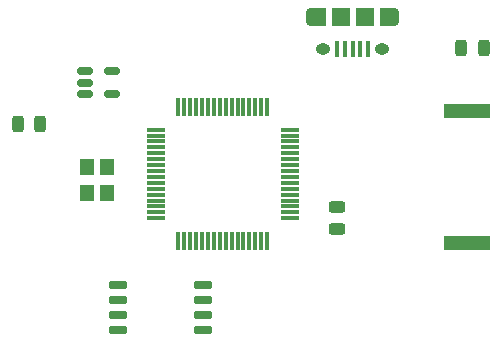
<source format=gbr>
%TF.GenerationSoftware,KiCad,Pcbnew,(6.0.1)*%
%TF.CreationDate,2022-04-25T15:24:58-05:00*%
%TF.ProjectId,Airbrake Controller,41697262-7261-46b6-9520-436f6e74726f,rev?*%
%TF.SameCoordinates,Original*%
%TF.FileFunction,Paste,Top*%
%TF.FilePolarity,Positive*%
%FSLAX46Y46*%
G04 Gerber Fmt 4.6, Leading zero omitted, Abs format (unit mm)*
G04 Created by KiCad (PCBNEW (6.0.1)) date 2022-04-25 15:24:58*
%MOMM*%
%LPD*%
G01*
G04 APERTURE LIST*
G04 Aperture macros list*
%AMRoundRect*
0 Rectangle with rounded corners*
0 $1 Rounding radius*
0 $2 $3 $4 $5 $6 $7 $8 $9 X,Y pos of 4 corners*
0 Add a 4 corners polygon primitive as box body*
4,1,4,$2,$3,$4,$5,$6,$7,$8,$9,$2,$3,0*
0 Add four circle primitives for the rounded corners*
1,1,$1+$1,$2,$3*
1,1,$1+$1,$4,$5*
1,1,$1+$1,$6,$7*
1,1,$1+$1,$8,$9*
0 Add four rect primitives between the rounded corners*
20,1,$1+$1,$2,$3,$4,$5,0*
20,1,$1+$1,$4,$5,$6,$7,0*
20,1,$1+$1,$6,$7,$8,$9,0*
20,1,$1+$1,$8,$9,$2,$3,0*%
G04 Aperture macros list end*
%ADD10RoundRect,0.150000X0.650000X0.150000X-0.650000X0.150000X-0.650000X-0.150000X0.650000X-0.150000X0*%
%ADD11RoundRect,0.243750X-0.243750X-0.456250X0.243750X-0.456250X0.243750X0.456250X-0.243750X0.456250X0*%
%ADD12RoundRect,0.243750X0.243750X0.456250X-0.243750X0.456250X-0.243750X-0.456250X0.243750X-0.456250X0*%
%ADD13R,1.200000X1.400000*%
%ADD14RoundRect,0.243750X0.456250X-0.243750X0.456250X0.243750X-0.456250X0.243750X-0.456250X-0.243750X0*%
%ADD15R,4.000000X1.200000*%
%ADD16RoundRect,0.150000X-0.512500X-0.150000X0.512500X-0.150000X0.512500X0.150000X-0.512500X0.150000X0*%
%ADD17RoundRect,0.075000X-0.700000X-0.075000X0.700000X-0.075000X0.700000X0.075000X-0.700000X0.075000X0*%
%ADD18RoundRect,0.075000X-0.075000X-0.700000X0.075000X-0.700000X0.075000X0.700000X-0.075000X0.700000X0*%
%ADD19O,0.890000X1.550000*%
%ADD20O,1.250000X0.950000*%
%ADD21R,0.400000X1.350000*%
%ADD22R,1.500000X1.550000*%
%ADD23R,1.200000X1.550000*%
G04 APERTURE END LIST*
D10*
%TO.C,U2*%
X125895922Y-114869838D03*
X125895922Y-113599838D03*
X125895922Y-112329838D03*
X125895922Y-111059838D03*
X118695922Y-111059838D03*
X118695922Y-112329838D03*
X118695922Y-113599838D03*
X118695922Y-114869838D03*
%TD*%
D11*
%TO.C,D1*%
X110244223Y-97404776D03*
X112119223Y-97404776D03*
%TD*%
D12*
%TO.C,D3*%
X149686104Y-90940910D03*
X147811104Y-90940910D03*
%TD*%
D13*
%TO.C,Y1*%
X116078198Y-101040139D03*
X116078198Y-103240139D03*
X117778198Y-103240139D03*
X117778198Y-101040139D03*
%TD*%
D14*
%TO.C,D2*%
X137239183Y-106311435D03*
X137239183Y-104436435D03*
%TD*%
D15*
%TO.C,BZ1*%
X148320374Y-107464544D03*
X148320374Y-96264544D03*
%TD*%
D16*
%TO.C,U1*%
X115970080Y-92955010D03*
X115970080Y-93905010D03*
X115970080Y-94855010D03*
X118245080Y-94855010D03*
X118245080Y-92955010D03*
%TD*%
D17*
%TO.C,U3*%
X121928812Y-97884272D03*
X121928812Y-98384272D03*
X121928812Y-98884272D03*
X121928812Y-99384272D03*
X121928812Y-99884272D03*
X121928812Y-100384272D03*
X121928812Y-100884272D03*
X121928812Y-101384272D03*
X121928812Y-101884272D03*
X121928812Y-102384272D03*
X121928812Y-102884272D03*
X121928812Y-103384272D03*
X121928812Y-103884272D03*
X121928812Y-104384272D03*
X121928812Y-104884272D03*
X121928812Y-105384272D03*
D18*
X123853812Y-107309272D03*
X124353812Y-107309272D03*
X124853812Y-107309272D03*
X125353812Y-107309272D03*
X125853812Y-107309272D03*
X126353812Y-107309272D03*
X126853812Y-107309272D03*
X127353812Y-107309272D03*
X127853812Y-107309272D03*
X128353812Y-107309272D03*
X128853812Y-107309272D03*
X129353812Y-107309272D03*
X129853812Y-107309272D03*
X130353812Y-107309272D03*
X130853812Y-107309272D03*
X131353812Y-107309272D03*
D17*
X133278812Y-105384272D03*
X133278812Y-104884272D03*
X133278812Y-104384272D03*
X133278812Y-103884272D03*
X133278812Y-103384272D03*
X133278812Y-102884272D03*
X133278812Y-102384272D03*
X133278812Y-101884272D03*
X133278812Y-101384272D03*
X133278812Y-100884272D03*
X133278812Y-100384272D03*
X133278812Y-99884272D03*
X133278812Y-99384272D03*
X133278812Y-98884272D03*
X133278812Y-98384272D03*
X133278812Y-97884272D03*
D18*
X131353812Y-95959272D03*
X130853812Y-95959272D03*
X130353812Y-95959272D03*
X129853812Y-95959272D03*
X129353812Y-95959272D03*
X128853812Y-95959272D03*
X128353812Y-95959272D03*
X127853812Y-95959272D03*
X127353812Y-95959272D03*
X126853812Y-95959272D03*
X126353812Y-95959272D03*
X125853812Y-95959272D03*
X125353812Y-95959272D03*
X124853812Y-95959272D03*
X124353812Y-95959272D03*
X123853812Y-95959272D03*
%TD*%
D19*
%TO.C,J3*%
X142112258Y-88359857D03*
X135112258Y-88359857D03*
D20*
X141112258Y-91059857D03*
X136112258Y-91059857D03*
D21*
X139912258Y-91059857D03*
X139262258Y-91059857D03*
X138612258Y-91059857D03*
X137962258Y-91059857D03*
X137312258Y-91059857D03*
D22*
X139612258Y-88359857D03*
D23*
X135712258Y-88359857D03*
X141512258Y-88359857D03*
D22*
X137612258Y-88359857D03*
%TD*%
M02*

</source>
